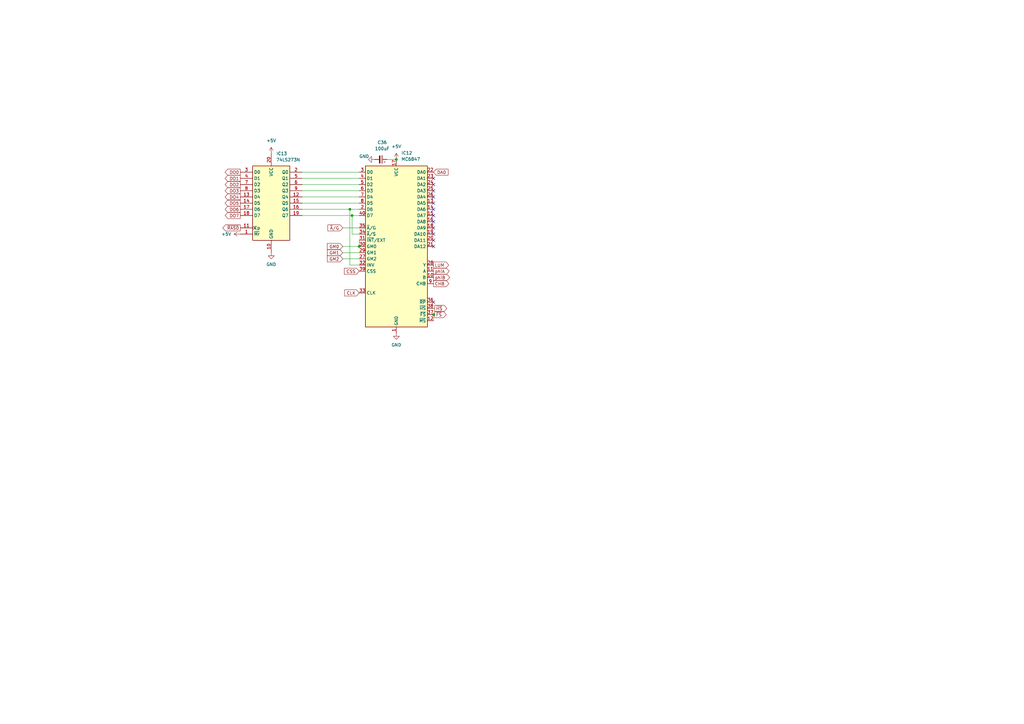
<source format=kicad_sch>
(kicad_sch (version 20230121) (generator eeschema)
  (paper "A3")
  (title_block (date "2023-05-25") (rev "3.0") (comment 2 "Reposition dram and buffer"))
  (lib_symbols
    (symbol "74xx:74LS273"
      (property "Reference" "U" (at -7.62 16.51 0))
      (property "Value" "74LS273" (at -7.62 -16.51 0))
      (symbol "74LS273_1_0"
        (pin input line (at -12.7 -12.7 0) (length 5.08) (name "~{Mr}") (number "1"))
        (pin power_in line (at 0 -20.32 90) (length 5.08) (name "GND") (number "10"))
        (pin input clock (at -12.7 -10.16 0) (length 5.08) (name "Cp") (number "11"))
        (pin output line (at 12.7 2.54 180) (length 5.08) (name "Q4") (number "12"))
        (pin input line (at -12.7 2.54 0) (length 5.08) (name "D4") (number "13"))
        (pin input line (at -12.7 0 0) (length 5.08) (name "D5") (number "14"))
        (pin output line (at 12.7 0 180) (length 5.08) (name "Q5") (number "15"))
        (pin output line (at 12.7 -2.54 180) (length 5.08) (name "Q6") (number "16"))
        (pin input line (at -12.7 -2.54 0) (length 5.08) (name "D6") (number "17"))
        (pin input line (at -12.7 -5.08 0) (length 5.08) (name "D7") (number "18"))
        (pin output line (at 12.7 -5.08 180) (length 5.08) (name "Q7") (number "19"))
        (pin output line (at 12.7 12.7 180) (length 5.08) (name "Q0") (number "2"))
        (pin power_in line (at 0 20.32 270) (length 5.08) (name "VCC") (number "20"))
        (pin input line (at -12.7 12.7 0) (length 5.08) (name "D0") (number "3"))
        (pin input line (at -12.7 10.16 0) (length 5.08) (name "D1") (number "4"))
        (pin output line (at 12.7 10.16 180) (length 5.08) (name "Q1") (number "5"))
        (pin output line (at 12.7 7.62 180) (length 5.08) (name "Q2") (number "6"))
        (pin input line (at -12.7 7.62 0) (length 5.08) (name "D2") (number "7"))
        (pin input line (at -12.7 5.08 0) (length 5.08) (name "D3") (number "8"))
        (pin output line (at 12.7 5.08 180) (length 5.08) (name "Q3") (number "9"))
      )
      (symbol "74LS273_1_1"
        (rectangle (start -7.62 15.24) (end 7.62 -15.24) (stroke (width 0.254)) (fill (type background)))
      )
    )
    (symbol "Device:C_Polarized_Small" (pin_numbers hide) (pin_names (offset 0.254) hide)
      (property "Reference" "C" (at 0.254 1.778 0))
      (property "Value" "C_Polarized_Small" (at 0.254 -2.032 0))
      (symbol "C_Polarized_Small_0_1"
        (rectangle (start -1.524 -0.3048) (end 1.524 -0.6858) (fill (type outline)))
        (rectangle (start -1.524 0.6858) (end 1.524 0.3048))
        (polyline (pts (xy -1.27 1.524) (xy -0.762 1.524)))
        (polyline (pts (xy -1.016 1.27) (xy -1.016 1.778)))
      )
      (symbol "C_Polarized_Small_1_1"
        (pin passive line (at 0 2.54 270) (length 1.8542) (name "~") (number "1"))
        (pin passive line (at 0 -2.54 90) (length 1.8542) (name "~") (number "2"))
      )
    )
    (symbol "power:+5V" (power) (pin_names (offset 0))
      (property "Value" "+5V" (at 0 3.556 0))
      (symbol "+5V_0_1"
        (polyline (pts (xy -0.762 1.27) (xy 0 2.54)))
        (polyline (pts (xy 0 0) (xy 0 2.54)))
        (polyline (pts (xy 0 2.54) (xy 0.762 1.27)))
      )
      (symbol "+5V_1_1"
        (pin power_in line (at 0 0 90) (length 0) hide (name "+5V") (number "1"))
      )
    )
    (symbol "power:GND" (power) (pin_names (offset 0))
      (property "Value" "GND" (at 0 -3.81 0))
      (symbol "GND_0_1"
        (polyline (pts (xy 0 0) (xy 0 -1.27) (xy 1.27 -1.27) (xy 0 -2.54) (xy -1.27 -1.27) (xy 0 -1.27)))
      )
      (symbol "GND_1_1"
        (pin power_in line (at 0 0 270) (length 0) hide (name "GND") (number "1"))
      )
    )
    (symbol "vdg:MC6847"
      (property "Reference" "U" (at 0 0 0))
      (property "Value" "MC6847" (at 0 -2.54 0))
      (symbol "MC6847_0_1"
        (rectangle (start -12.7 -33.02) (end 12.7 33.02) (stroke (width 0.254)) (fill (type background)))
      )
      (symbol "MC6847_1_1"
        (pin power_in line (at 0 -35.56 90) (length 2.54) (name "GND") (number "1"))
        (pin output line (at 15.24 -12.7 180) (length 2.54) (name "B") (number "10"))
        (pin output line (at 15.24 -10.16 180) (length 2.54) (name "A") (number "11"))
        (pin output line (at 15.24 -30.48 180) (length 2.54) (name "~{MS}") (number "12"))
        (pin output line (at 15.24 17.78 180) (length 2.54) (name "DA5") (number "13"))
        (pin output line (at 15.24 15.24 180) (length 2.54) (name "DA6") (number "14"))
        (pin output line (at 15.24 12.7 180) (length 2.54) (name "DA7") (number "15"))
        (pin output line (at 15.24 10.16 180) (length 2.54) (name "DA8") (number "16"))
        (pin power_in line (at 0 35.56 270) (length 2.54) (name "VCC") (number "17"))
        (pin output line (at 15.24 7.62 180) (length 2.54) (name "DA9") (number "18"))
        (pin output line (at 15.24 5.08 180) (length 2.54) (name "DA10") (number "19"))
        (pin bidirectional line (at -15.24 15.24 0) (length 2.54) (name "D6") (number "2"))
        (pin output line (at 15.24 2.54 180) (length 2.54) (name "DA11") (number "20"))
        (pin output line (at 15.24 0 180) (length 2.54) (name "DA12") (number "21"))
        (pin output line (at 15.24 30.48 180) (length 2.54) (name "DA0") (number "22"))
        (pin output line (at 15.24 27.94 180) (length 2.54) (name "DA1") (number "23"))
        (pin output line (at 15.24 25.4 180) (length 2.54) (name "DA2") (number "24"))
        (pin output line (at 15.24 22.86 180) (length 2.54) (name "DA3") (number "25"))
        (pin output line (at 15.24 20.32 180) (length 2.54) (name "DA4") (number "26"))
        (pin input line (at -15.24 -5.08 0) (length 2.54) (name "GM2") (number "27"))
        (pin output line (at 15.24 -7.62 180) (length 2.54) (name "Y") (number "28"))
        (pin input line (at -15.24 -2.54 0) (length 2.54) (name "GM1") (number "29"))
        (pin bidirectional line (at -15.24 30.48 0) (length 2.54) (name "D0") (number "3"))
        (pin input line (at -15.24 0 0) (length 2.54) (name "GM0") (number "30"))
        (pin input line (at -15.24 2.54 0) (length 2.54) (name "~{INT}/EXT") (number "31"))
        (pin input line (at -15.24 -7.62 0) (length 2.54) (name "INV") (number "32"))
        (pin input line (at -15.24 -19.05 0) (length 2.54) (name "CLK") (number "33"))
        (pin input line (at -15.24 5.08 0) (length 2.54) (name "~{A}/S") (number "34"))
        (pin input line (at -15.24 7.62 0) (length 2.54) (name "~{A}/G") (number "35"))
        (pin output line (at 15.24 -22.86 180) (length 2.54) (name "~{RP}") (number "36"))
        (pin output line (at 15.24 -27.94 180) (length 2.54) (name "~{FS}") (number "37"))
        (pin output line (at 15.24 -25.4 180) (length 2.54) (name "~{HS}") (number "38"))
        (pin input line (at -15.24 -10.16 0) (length 2.54) (name "CSS") (number "39"))
        (pin bidirectional line (at -15.24 27.94 0) (length 2.54) (name "D1") (number "4"))
        (pin bidirectional line (at -15.24 12.7 0) (length 2.54) (name "D7") (number "40"))
        (pin bidirectional line (at -15.24 25.4 0) (length 2.54) (name "D2") (number "5"))
        (pin bidirectional line (at -15.24 22.86 0) (length 2.54) (name "D3") (number "6"))
        (pin bidirectional line (at -15.24 20.32 0) (length 2.54) (name "D4") (number "7"))
        (pin bidirectional line (at -15.24 17.78 0) (length 2.54) (name "D5") (number "8"))
        (pin output line (at 15.24 -15.24 180) (length 2.54) (name "CHB") (number "9"))
      )
    )
  )
  (junction (at 177.8 129.032))
  (junction (at 144.399 88.392))
  (junction (at 143.51 85.852))
  (junction (at 147.32 101.092))
  (junction (at 162.56 65.405))
  (no_connect (at 177.8 73.152))
  (no_connect (at 177.8 75.692))
  (no_connect (at 177.8 80.772))
  (no_connect (at 177.8 78.232))
  (no_connect (at 177.8 83.312))
  (no_connect (at 177.8 88.392))
  (no_connect (at 177.8 90.932))
  (no_connect (at 177.8 96.012))
  (no_connect (at 177.8 93.472))
  (no_connect (at 177.8 85.852))
  (no_connect (at 177.8 98.552))
  (no_connect (at 177.8 101.092))
  (no_connect (at 177.8 123.952))
  (wire (pts (xy 140.589 93.472) (xy 147.32 93.472)))
  (wire (pts (xy 177.8 129.032) (xy 178.308 129.032)))
  (wire (pts (xy 123.952 85.852) (xy 143.51 85.852)))
  (wire (pts (xy 123.952 70.612) (xy 147.32 70.612)))
  (wire (pts (xy 162.56 65.405) (xy 162.56 65.532)))
  (wire (pts (xy 147.32 96.012) (xy 144.399 96.012)))
  (wire (pts (xy 144.399 96.012) (xy 144.399 88.392)))
  (wire (pts (xy 140.589 103.632) (xy 147.32 103.632)))
  (wire (pts (xy 143.51 85.852) (xy 147.32 85.852)))
  (wire (pts (xy 123.952 75.692) (xy 147.32 75.692)))
  (wire (pts (xy 123.952 83.312) (xy 147.32 83.312)))
  (wire (pts (xy 178.308 126.492) (xy 177.8 126.492)))
  (wire (pts (xy 123.952 80.772) (xy 147.32 80.772)))
  (wire (pts (xy 140.589 101.092) (xy 147.32 101.092)))
  (wire (pts (xy 140.589 106.172) (xy 147.32 106.172)))
  (wire (pts (xy 147.32 98.552) (xy 147.32 101.092)))
  (wire (pts (xy 177.8 129.032) (xy 177.8 131.572)))
  (wire (pts (xy 158.75 65.405) (xy 162.56 65.405)))
  (wire (pts (xy 143.51 108.712) (xy 143.51 85.852)))
  (wire (pts (xy 147.32 108.712) (xy 143.51 108.712)))
  (wire (pts (xy 123.952 73.152) (xy 147.32 73.152)))
  (wire (pts (xy 144.399 88.392) (xy 147.32 88.392)))
  (wire (pts (xy 123.952 78.232) (xy 147.32 78.232)))
  (wire (pts (xy 123.952 88.392) (xy 144.399 88.392)))
  (global_label "DO6" (shape output) (at 98.552 85.852 180) (property "Intersheetrefs" "${INTERSHEET_REFS}" (effects hide)))
  (global_label "~{HS}" (shape output) (at 178.308 126.492 0) (property "Intersheetrefs" "${INTERSHEET_REFS}" (effects hide)))
  (global_label "DO3" (shape output) (at 98.552 78.232 180) (property "Intersheetrefs" "${INTERSHEET_REFS}" (effects hide)))
  (global_label "DO2" (shape output) (at 98.552 75.692 180) (property "Intersheetrefs" "${INTERSHEET_REFS}" (effects hide)))
  (global_label "LUM" (shape output) (at 177.8 108.712 0) (property "Intersheetrefs" "${INTERSHEET_REFS}" (effects hide)))
  (global_label "CHB" (shape output) (at 177.8 116.332 0) (property "Intersheetrefs" "${INTERSHEET_REFS}" (effects hide)))
  (global_label "~{RAS0}" (shape output) (at 98.552 93.472 180) (property "Intersheetrefs" "${INTERSHEET_REFS}" (effects hide)))
  (global_label "DO1" (shape output) (at 98.552 73.152 180) (property "Intersheetrefs" "${INTERSHEET_REFS}" (effects hide)))
  (global_label "DO4" (shape output) (at 98.552 80.772 180) (property "Intersheetrefs" "${INTERSHEET_REFS}" (effects hide)))
  (global_label "GM0" (shape input) (at 140.589 101.092 180) (property "Intersheetrefs" "${INTERSHEET_REFS}" (effects hide)))
  (global_label "~{FS}" (shape output) (at 178.308 129.032 0) (property "Intersheetrefs" "${INTERSHEET_REFS}" (effects hide)))
  (global_label "CLK" (shape input) (at 147.32 120.142 180) (property "Intersheetrefs" "${INTERSHEET_REFS}" (effects hide)))
  (global_label "GM1" (shape input) (at 140.589 103.632 180) (property "Intersheetrefs" "${INTERSHEET_REFS}" (effects hide)))
  (global_label "DO0" (shape output) (at 98.552 70.612 180) (property "Intersheetrefs" "${INTERSHEET_REFS}" (effects hide)))
  (global_label "~{A}{slash}G" (shape input) (at 140.589 93.472 180) (property "Intersheetrefs" "${INTERSHEET_REFS}" (effects hide)))
  (global_label "DO7" (shape output) (at 98.552 88.392 180) (property "Intersheetrefs" "${INTERSHEET_REFS}" (effects hide)))
  (global_label "phiA" (shape output) (at 177.8 111.252 0) (property "Intersheetrefs" "${INTERSHEET_REFS}" (effects hide)))
  (global_label "DA0" (shape input) (at 177.8 70.612 0) (property "Intersheetrefs" "${INTERSHEET_REFS}" (effects hide)))
  (global_label "GM2" (shape input) (at 140.589 106.172 180) (property "Intersheetrefs" "${INTERSHEET_REFS}" (effects hide)))
  (global_label "phiB" (shape output) (at 177.8 113.792 0) (property "Intersheetrefs" "${INTERSHEET_REFS}" (effects hide)))
  (global_label "CSS" (shape input) (at 147.32 111.252 180) (property "Intersheetrefs" "${INTERSHEET_REFS}" (effects hide)))
  (global_label "DO5" (shape output) (at 98.552 83.312 180) (property "Intersheetrefs" "${INTERSHEET_REFS}" (effects hide)))
  (symbol (lib_id "power:+5V") (at 162.56 65.405 0) (unit 1)
    (property "Reference" "#PWR0180" (effects hide))
    (property "Value" "+5V" (at 162.56 60.071 0))
  )
  (symbol (lib_id "74xx:74LS273") (at 111.252 83.312 0) (unit 1)
    (property "Reference" "IC13" (at 113.2714 62.992 0) (effects (justify left)))
    (property "Value" "74LS273N" (at 113.2714 65.532 0) (effects (justify left)))
    (property "Footprint" "Package_DIP:DIP-20_W7.62mm" (effects hide))
    (property "Datasheet" "http://www.ti.com/lit/gpn/sn74LS273" (effects hide))
    (property "DigiKey" "296-1657-5-ND" (effects hide))
    (property "SA2120" "Sheet 1" (effects hide))
  )
  (symbol (lib_id "power:GND") (at 111.252 103.632 0) (unit 1)
    (property "Reference" "#PWR0183" (effects hide))
    (property "Value" "GND" (at 111.252 108.458 0))
  )
  (symbol (lib_id "Device:C_Polarized_Small") (at 156.21 65.405 270) (mirror x) (unit 1)
    (property "Reference" "C36" (at 156.7561 58.42 90))
    (property "Value" "100uF" (at 156.7561 60.96 90))
    (property "Footprint" "Capacitor_THT:CP_Radial_D6.3mm_P2.50mm" (effects hide))
    (property "Datasheet" "https://www.we-online.com/katalog/datasheet/860010372006.pdf" (effects hide))
    (property "DigiKey" "732-8598-1-ND" (effects hide))
  )
  (symbol (lib_id "power:+5V") (at 98.552 96.012 90) (unit 1)
    (property "Reference" "#PWR0184" (effects hide))
    (property "Value" "+5V" (at 94.869 96.0119 90) (effects (justify left)))
  )
  (symbol (lib_id "power:+5V") (at 111.252 62.992 0) (unit 1)
    (property "Reference" "#PWR0182" (effects hide))
    (property "Value" "+5V" (at 111.252 57.658 0))
  )
  (symbol (lib_id "vdg:MC6847") (at 162.56 101.092 0) (unit 1)
    (property "Reference" "IC12" (at 164.5794 62.738 0) (effects (justify left)))
    (property "Value" "MC6847" (at 164.5794 65.278 0) (effects (justify left)))
    (property "Footprint" "Package_DIP:DIP-40_W15.24mm" (effects hide))
    (property "Note" "donor" (effects hide))
    (property "SA2120" "Sheet 1" (effects hide))
  )
  (symbol (lib_id "power:GND") (at 162.56 136.652 0) (unit 1)
    (property "Reference" "#PWR0179" (effects hide))
    (property "Value" "GND" (at 162.56 141.478 0))
  )
  (symbol (lib_id "power:GND") (at 153.67 65.405 270) (unit 1)
    (property "Reference" "#PWR0181" (effects hide))
    (property "Value" "GND" (at 147.32 64.135 90) (effects (justify left)))
  )
)
</source>
